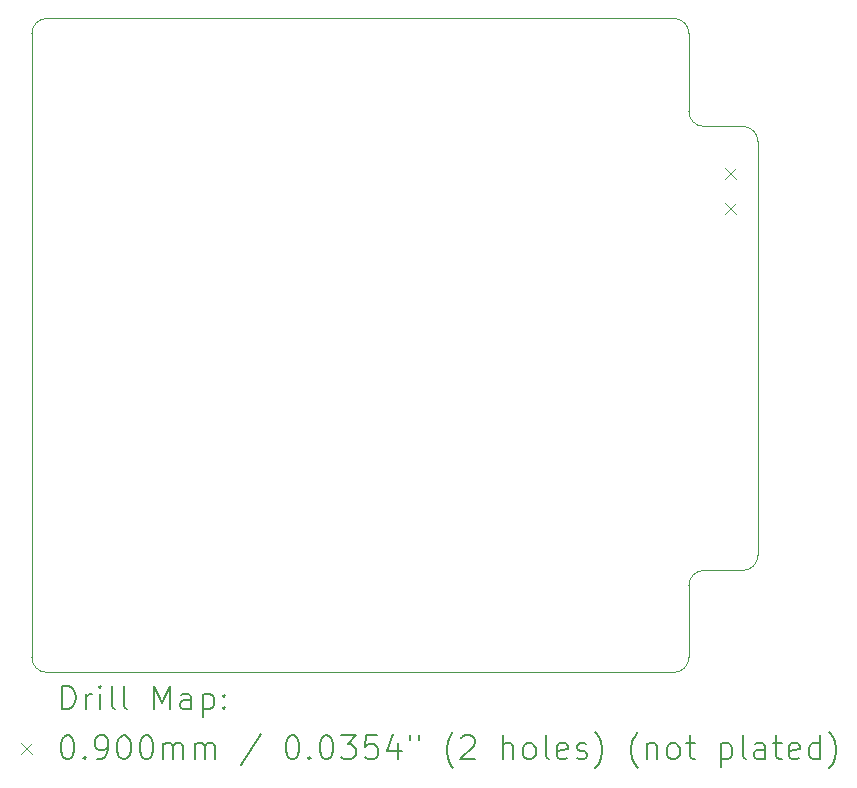
<source format=gbr>
%FSLAX45Y45*%
G04 Gerber Fmt 4.5, Leading zero omitted, Abs format (unit mm)*
G04 Created by KiCad (PCBNEW (6.0.4-0)) date 2022-11-20 14:03:20*
%MOMM*%
%LPD*%
G01*
G04 APERTURE LIST*
%TA.AperFunction,Profile*%
%ADD10C,0.050000*%
%TD*%
%ADD11C,0.200000*%
%ADD12C,0.090000*%
G04 APERTURE END LIST*
D10*
X18656300Y-5740400D02*
X18656300Y-9245600D01*
X12509500Y-10109200D02*
X12509500Y-4826000D01*
X18199100Y-5613400D02*
X18529300Y-5613400D01*
X18072100Y-9499600D02*
X18072100Y-10109200D01*
X18656300Y-5740400D02*
G75*
G03*
X18529300Y-5613400I-127000J0D01*
G01*
X18529300Y-9372600D02*
G75*
G03*
X18656300Y-9245600I0J127000D01*
G01*
X18072100Y-5486400D02*
G75*
G03*
X18199100Y-5613400I127000J0D01*
G01*
X18072100Y-4826000D02*
X18072100Y-5486400D01*
X18199100Y-9372600D02*
G75*
G03*
X18072100Y-9499600I0J-127000D01*
G01*
X18199100Y-9372600D02*
X18529300Y-9372600D01*
X12636500Y-4699000D02*
X17945100Y-4699000D01*
X17945100Y-10236200D02*
X12636500Y-10236200D01*
X12509500Y-10109200D02*
G75*
G03*
X12636500Y-10236200I127000J0D01*
G01*
X17945100Y-10236200D02*
G75*
G03*
X18072100Y-10109200I0J127000D01*
G01*
X12636500Y-4699000D02*
G75*
G03*
X12509500Y-4826000I0J-127000D01*
G01*
X18072100Y-4826000D02*
G75*
G03*
X17945100Y-4699000I-127000J0D01*
G01*
D11*
D12*
X18377600Y-5964500D02*
X18467600Y-6054500D01*
X18467600Y-5964500D02*
X18377600Y-6054500D01*
X18377600Y-6264500D02*
X18467600Y-6354500D01*
X18467600Y-6264500D02*
X18377600Y-6354500D01*
D11*
X12764619Y-10549176D02*
X12764619Y-10349176D01*
X12812238Y-10349176D01*
X12840809Y-10358700D01*
X12859857Y-10377748D01*
X12869381Y-10396795D01*
X12878905Y-10434890D01*
X12878905Y-10463462D01*
X12869381Y-10501557D01*
X12859857Y-10520605D01*
X12840809Y-10539652D01*
X12812238Y-10549176D01*
X12764619Y-10549176D01*
X12964619Y-10549176D02*
X12964619Y-10415843D01*
X12964619Y-10453938D02*
X12974143Y-10434890D01*
X12983667Y-10425367D01*
X13002714Y-10415843D01*
X13021762Y-10415843D01*
X13088428Y-10549176D02*
X13088428Y-10415843D01*
X13088428Y-10349176D02*
X13078905Y-10358700D01*
X13088428Y-10368224D01*
X13097952Y-10358700D01*
X13088428Y-10349176D01*
X13088428Y-10368224D01*
X13212238Y-10549176D02*
X13193190Y-10539652D01*
X13183667Y-10520605D01*
X13183667Y-10349176D01*
X13317000Y-10549176D02*
X13297952Y-10539652D01*
X13288428Y-10520605D01*
X13288428Y-10349176D01*
X13545571Y-10549176D02*
X13545571Y-10349176D01*
X13612238Y-10492033D01*
X13678905Y-10349176D01*
X13678905Y-10549176D01*
X13859857Y-10549176D02*
X13859857Y-10444414D01*
X13850333Y-10425367D01*
X13831286Y-10415843D01*
X13793190Y-10415843D01*
X13774143Y-10425367D01*
X13859857Y-10539652D02*
X13840809Y-10549176D01*
X13793190Y-10549176D01*
X13774143Y-10539652D01*
X13764619Y-10520605D01*
X13764619Y-10501557D01*
X13774143Y-10482510D01*
X13793190Y-10472986D01*
X13840809Y-10472986D01*
X13859857Y-10463462D01*
X13955095Y-10415843D02*
X13955095Y-10615843D01*
X13955095Y-10425367D02*
X13974143Y-10415843D01*
X14012238Y-10415843D01*
X14031286Y-10425367D01*
X14040809Y-10434890D01*
X14050333Y-10453938D01*
X14050333Y-10511081D01*
X14040809Y-10530129D01*
X14031286Y-10539652D01*
X14012238Y-10549176D01*
X13974143Y-10549176D01*
X13955095Y-10539652D01*
X14136048Y-10530129D02*
X14145571Y-10539652D01*
X14136048Y-10549176D01*
X14126524Y-10539652D01*
X14136048Y-10530129D01*
X14136048Y-10549176D01*
X14136048Y-10425367D02*
X14145571Y-10434890D01*
X14136048Y-10444414D01*
X14126524Y-10434890D01*
X14136048Y-10425367D01*
X14136048Y-10444414D01*
D12*
X12417000Y-10833700D02*
X12507000Y-10923700D01*
X12507000Y-10833700D02*
X12417000Y-10923700D01*
D11*
X12802714Y-10769176D02*
X12821762Y-10769176D01*
X12840809Y-10778700D01*
X12850333Y-10788224D01*
X12859857Y-10807271D01*
X12869381Y-10845367D01*
X12869381Y-10892986D01*
X12859857Y-10931081D01*
X12850333Y-10950129D01*
X12840809Y-10959652D01*
X12821762Y-10969176D01*
X12802714Y-10969176D01*
X12783667Y-10959652D01*
X12774143Y-10950129D01*
X12764619Y-10931081D01*
X12755095Y-10892986D01*
X12755095Y-10845367D01*
X12764619Y-10807271D01*
X12774143Y-10788224D01*
X12783667Y-10778700D01*
X12802714Y-10769176D01*
X12955095Y-10950129D02*
X12964619Y-10959652D01*
X12955095Y-10969176D01*
X12945571Y-10959652D01*
X12955095Y-10950129D01*
X12955095Y-10969176D01*
X13059857Y-10969176D02*
X13097952Y-10969176D01*
X13117000Y-10959652D01*
X13126524Y-10950129D01*
X13145571Y-10921557D01*
X13155095Y-10883462D01*
X13155095Y-10807271D01*
X13145571Y-10788224D01*
X13136048Y-10778700D01*
X13117000Y-10769176D01*
X13078905Y-10769176D01*
X13059857Y-10778700D01*
X13050333Y-10788224D01*
X13040809Y-10807271D01*
X13040809Y-10854890D01*
X13050333Y-10873938D01*
X13059857Y-10883462D01*
X13078905Y-10892986D01*
X13117000Y-10892986D01*
X13136048Y-10883462D01*
X13145571Y-10873938D01*
X13155095Y-10854890D01*
X13278905Y-10769176D02*
X13297952Y-10769176D01*
X13317000Y-10778700D01*
X13326524Y-10788224D01*
X13336048Y-10807271D01*
X13345571Y-10845367D01*
X13345571Y-10892986D01*
X13336048Y-10931081D01*
X13326524Y-10950129D01*
X13317000Y-10959652D01*
X13297952Y-10969176D01*
X13278905Y-10969176D01*
X13259857Y-10959652D01*
X13250333Y-10950129D01*
X13240809Y-10931081D01*
X13231286Y-10892986D01*
X13231286Y-10845367D01*
X13240809Y-10807271D01*
X13250333Y-10788224D01*
X13259857Y-10778700D01*
X13278905Y-10769176D01*
X13469381Y-10769176D02*
X13488428Y-10769176D01*
X13507476Y-10778700D01*
X13517000Y-10788224D01*
X13526524Y-10807271D01*
X13536048Y-10845367D01*
X13536048Y-10892986D01*
X13526524Y-10931081D01*
X13517000Y-10950129D01*
X13507476Y-10959652D01*
X13488428Y-10969176D01*
X13469381Y-10969176D01*
X13450333Y-10959652D01*
X13440809Y-10950129D01*
X13431286Y-10931081D01*
X13421762Y-10892986D01*
X13421762Y-10845367D01*
X13431286Y-10807271D01*
X13440809Y-10788224D01*
X13450333Y-10778700D01*
X13469381Y-10769176D01*
X13621762Y-10969176D02*
X13621762Y-10835843D01*
X13621762Y-10854890D02*
X13631286Y-10845367D01*
X13650333Y-10835843D01*
X13678905Y-10835843D01*
X13697952Y-10845367D01*
X13707476Y-10864414D01*
X13707476Y-10969176D01*
X13707476Y-10864414D02*
X13717000Y-10845367D01*
X13736048Y-10835843D01*
X13764619Y-10835843D01*
X13783667Y-10845367D01*
X13793190Y-10864414D01*
X13793190Y-10969176D01*
X13888428Y-10969176D02*
X13888428Y-10835843D01*
X13888428Y-10854890D02*
X13897952Y-10845367D01*
X13917000Y-10835843D01*
X13945571Y-10835843D01*
X13964619Y-10845367D01*
X13974143Y-10864414D01*
X13974143Y-10969176D01*
X13974143Y-10864414D02*
X13983667Y-10845367D01*
X14002714Y-10835843D01*
X14031286Y-10835843D01*
X14050333Y-10845367D01*
X14059857Y-10864414D01*
X14059857Y-10969176D01*
X14450333Y-10759652D02*
X14278905Y-11016795D01*
X14707476Y-10769176D02*
X14726524Y-10769176D01*
X14745571Y-10778700D01*
X14755095Y-10788224D01*
X14764619Y-10807271D01*
X14774143Y-10845367D01*
X14774143Y-10892986D01*
X14764619Y-10931081D01*
X14755095Y-10950129D01*
X14745571Y-10959652D01*
X14726524Y-10969176D01*
X14707476Y-10969176D01*
X14688428Y-10959652D01*
X14678905Y-10950129D01*
X14669381Y-10931081D01*
X14659857Y-10892986D01*
X14659857Y-10845367D01*
X14669381Y-10807271D01*
X14678905Y-10788224D01*
X14688428Y-10778700D01*
X14707476Y-10769176D01*
X14859857Y-10950129D02*
X14869381Y-10959652D01*
X14859857Y-10969176D01*
X14850333Y-10959652D01*
X14859857Y-10950129D01*
X14859857Y-10969176D01*
X14993190Y-10769176D02*
X15012238Y-10769176D01*
X15031286Y-10778700D01*
X15040809Y-10788224D01*
X15050333Y-10807271D01*
X15059857Y-10845367D01*
X15059857Y-10892986D01*
X15050333Y-10931081D01*
X15040809Y-10950129D01*
X15031286Y-10959652D01*
X15012238Y-10969176D01*
X14993190Y-10969176D01*
X14974143Y-10959652D01*
X14964619Y-10950129D01*
X14955095Y-10931081D01*
X14945571Y-10892986D01*
X14945571Y-10845367D01*
X14955095Y-10807271D01*
X14964619Y-10788224D01*
X14974143Y-10778700D01*
X14993190Y-10769176D01*
X15126524Y-10769176D02*
X15250333Y-10769176D01*
X15183667Y-10845367D01*
X15212238Y-10845367D01*
X15231286Y-10854890D01*
X15240809Y-10864414D01*
X15250333Y-10883462D01*
X15250333Y-10931081D01*
X15240809Y-10950129D01*
X15231286Y-10959652D01*
X15212238Y-10969176D01*
X15155095Y-10969176D01*
X15136048Y-10959652D01*
X15126524Y-10950129D01*
X15431286Y-10769176D02*
X15336048Y-10769176D01*
X15326524Y-10864414D01*
X15336048Y-10854890D01*
X15355095Y-10845367D01*
X15402714Y-10845367D01*
X15421762Y-10854890D01*
X15431286Y-10864414D01*
X15440809Y-10883462D01*
X15440809Y-10931081D01*
X15431286Y-10950129D01*
X15421762Y-10959652D01*
X15402714Y-10969176D01*
X15355095Y-10969176D01*
X15336048Y-10959652D01*
X15326524Y-10950129D01*
X15612238Y-10835843D02*
X15612238Y-10969176D01*
X15564619Y-10759652D02*
X15517000Y-10902510D01*
X15640809Y-10902510D01*
X15707476Y-10769176D02*
X15707476Y-10807271D01*
X15783667Y-10769176D02*
X15783667Y-10807271D01*
X16078905Y-11045367D02*
X16069381Y-11035843D01*
X16050333Y-11007271D01*
X16040809Y-10988224D01*
X16031286Y-10959652D01*
X16021762Y-10912033D01*
X16021762Y-10873938D01*
X16031286Y-10826319D01*
X16040809Y-10797748D01*
X16050333Y-10778700D01*
X16069381Y-10750129D01*
X16078905Y-10740605D01*
X16145571Y-10788224D02*
X16155095Y-10778700D01*
X16174143Y-10769176D01*
X16221762Y-10769176D01*
X16240809Y-10778700D01*
X16250333Y-10788224D01*
X16259857Y-10807271D01*
X16259857Y-10826319D01*
X16250333Y-10854890D01*
X16136048Y-10969176D01*
X16259857Y-10969176D01*
X16497952Y-10969176D02*
X16497952Y-10769176D01*
X16583667Y-10969176D02*
X16583667Y-10864414D01*
X16574143Y-10845367D01*
X16555095Y-10835843D01*
X16526524Y-10835843D01*
X16507476Y-10845367D01*
X16497952Y-10854890D01*
X16707476Y-10969176D02*
X16688428Y-10959652D01*
X16678905Y-10950129D01*
X16669381Y-10931081D01*
X16669381Y-10873938D01*
X16678905Y-10854890D01*
X16688428Y-10845367D01*
X16707476Y-10835843D01*
X16736048Y-10835843D01*
X16755095Y-10845367D01*
X16764619Y-10854890D01*
X16774143Y-10873938D01*
X16774143Y-10931081D01*
X16764619Y-10950129D01*
X16755095Y-10959652D01*
X16736048Y-10969176D01*
X16707476Y-10969176D01*
X16888429Y-10969176D02*
X16869381Y-10959652D01*
X16859857Y-10940605D01*
X16859857Y-10769176D01*
X17040810Y-10959652D02*
X17021762Y-10969176D01*
X16983667Y-10969176D01*
X16964619Y-10959652D01*
X16955095Y-10940605D01*
X16955095Y-10864414D01*
X16964619Y-10845367D01*
X16983667Y-10835843D01*
X17021762Y-10835843D01*
X17040810Y-10845367D01*
X17050333Y-10864414D01*
X17050333Y-10883462D01*
X16955095Y-10902510D01*
X17126524Y-10959652D02*
X17145571Y-10969176D01*
X17183667Y-10969176D01*
X17202714Y-10959652D01*
X17212238Y-10940605D01*
X17212238Y-10931081D01*
X17202714Y-10912033D01*
X17183667Y-10902510D01*
X17155095Y-10902510D01*
X17136048Y-10892986D01*
X17126524Y-10873938D01*
X17126524Y-10864414D01*
X17136048Y-10845367D01*
X17155095Y-10835843D01*
X17183667Y-10835843D01*
X17202714Y-10845367D01*
X17278905Y-11045367D02*
X17288429Y-11035843D01*
X17307476Y-11007271D01*
X17317000Y-10988224D01*
X17326524Y-10959652D01*
X17336048Y-10912033D01*
X17336048Y-10873938D01*
X17326524Y-10826319D01*
X17317000Y-10797748D01*
X17307476Y-10778700D01*
X17288429Y-10750129D01*
X17278905Y-10740605D01*
X17640810Y-11045367D02*
X17631286Y-11035843D01*
X17612238Y-11007271D01*
X17602714Y-10988224D01*
X17593190Y-10959652D01*
X17583667Y-10912033D01*
X17583667Y-10873938D01*
X17593190Y-10826319D01*
X17602714Y-10797748D01*
X17612238Y-10778700D01*
X17631286Y-10750129D01*
X17640810Y-10740605D01*
X17717000Y-10835843D02*
X17717000Y-10969176D01*
X17717000Y-10854890D02*
X17726524Y-10845367D01*
X17745571Y-10835843D01*
X17774143Y-10835843D01*
X17793190Y-10845367D01*
X17802714Y-10864414D01*
X17802714Y-10969176D01*
X17926524Y-10969176D02*
X17907476Y-10959652D01*
X17897952Y-10950129D01*
X17888429Y-10931081D01*
X17888429Y-10873938D01*
X17897952Y-10854890D01*
X17907476Y-10845367D01*
X17926524Y-10835843D01*
X17955095Y-10835843D01*
X17974143Y-10845367D01*
X17983667Y-10854890D01*
X17993190Y-10873938D01*
X17993190Y-10931081D01*
X17983667Y-10950129D01*
X17974143Y-10959652D01*
X17955095Y-10969176D01*
X17926524Y-10969176D01*
X18050333Y-10835843D02*
X18126524Y-10835843D01*
X18078905Y-10769176D02*
X18078905Y-10940605D01*
X18088429Y-10959652D01*
X18107476Y-10969176D01*
X18126524Y-10969176D01*
X18345571Y-10835843D02*
X18345571Y-11035843D01*
X18345571Y-10845367D02*
X18364619Y-10835843D01*
X18402714Y-10835843D01*
X18421762Y-10845367D01*
X18431286Y-10854890D01*
X18440810Y-10873938D01*
X18440810Y-10931081D01*
X18431286Y-10950129D01*
X18421762Y-10959652D01*
X18402714Y-10969176D01*
X18364619Y-10969176D01*
X18345571Y-10959652D01*
X18555095Y-10969176D02*
X18536048Y-10959652D01*
X18526524Y-10940605D01*
X18526524Y-10769176D01*
X18717000Y-10969176D02*
X18717000Y-10864414D01*
X18707476Y-10845367D01*
X18688429Y-10835843D01*
X18650333Y-10835843D01*
X18631286Y-10845367D01*
X18717000Y-10959652D02*
X18697952Y-10969176D01*
X18650333Y-10969176D01*
X18631286Y-10959652D01*
X18621762Y-10940605D01*
X18621762Y-10921557D01*
X18631286Y-10902510D01*
X18650333Y-10892986D01*
X18697952Y-10892986D01*
X18717000Y-10883462D01*
X18783667Y-10835843D02*
X18859857Y-10835843D01*
X18812238Y-10769176D02*
X18812238Y-10940605D01*
X18821762Y-10959652D01*
X18840810Y-10969176D01*
X18859857Y-10969176D01*
X19002714Y-10959652D02*
X18983667Y-10969176D01*
X18945571Y-10969176D01*
X18926524Y-10959652D01*
X18917000Y-10940605D01*
X18917000Y-10864414D01*
X18926524Y-10845367D01*
X18945571Y-10835843D01*
X18983667Y-10835843D01*
X19002714Y-10845367D01*
X19012238Y-10864414D01*
X19012238Y-10883462D01*
X18917000Y-10902510D01*
X19183667Y-10969176D02*
X19183667Y-10769176D01*
X19183667Y-10959652D02*
X19164619Y-10969176D01*
X19126524Y-10969176D01*
X19107476Y-10959652D01*
X19097952Y-10950129D01*
X19088429Y-10931081D01*
X19088429Y-10873938D01*
X19097952Y-10854890D01*
X19107476Y-10845367D01*
X19126524Y-10835843D01*
X19164619Y-10835843D01*
X19183667Y-10845367D01*
X19259857Y-11045367D02*
X19269381Y-11035843D01*
X19288429Y-11007271D01*
X19297952Y-10988224D01*
X19307476Y-10959652D01*
X19317000Y-10912033D01*
X19317000Y-10873938D01*
X19307476Y-10826319D01*
X19297952Y-10797748D01*
X19288429Y-10778700D01*
X19269381Y-10750129D01*
X19259857Y-10740605D01*
M02*

</source>
